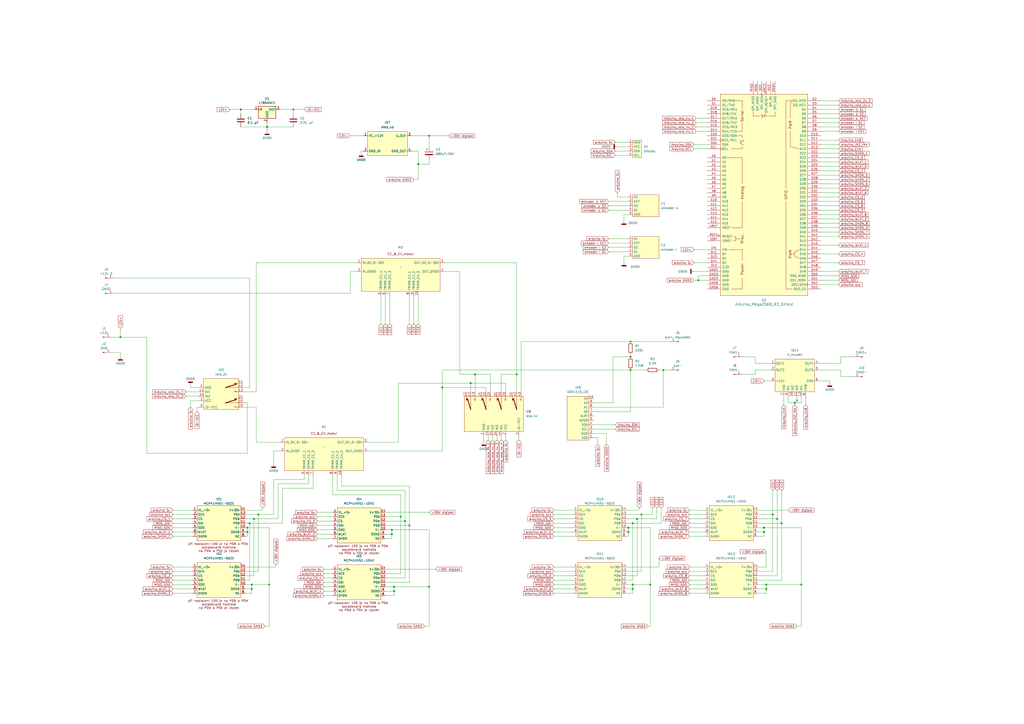
<source format=kicad_sch>
(kicad_sch (version 20230121) (generator eeschema)
  (paper "A2")
  (title_block (title "Laboratorní zdroj") (date "2024-11-26") (company "Smola Antonín "))
  (junction (at 365.76 214.63))
  (junction (at 453.39 303.53))
  (junction (at 248.92 78.74))
  (junction (at 273.05 222.25))
  (junction (at 228.6 340.36))
  (junction (at 365.76 198.12))
  (junction (at 464.82 339.09))
  (junction (at 154.94 73.66))
  (junction (at 237.49 304.8))
  (junction (at 365.76 207.01))
  (junction (at 364.49 308.61))
  (junction (at 443.23 306.07))
  (junction (at 444.5 341.63))
  (junction (at 369.57 300.99))
  (junction (at 146.05 339.09))
  (junction (at 69.85 195.58))
  (junction (at 227.33 309.88))
  (junction (at 170.18 63.5))
  (junction (at 144.78 303.53))
  (junction (at 147.32 300.99))
  (junction (at 275.59 217.17))
  (junction (at 384.81 214.63))
  (junction (at 450.85 300.99))
  (junction (at 227.33 307.34))
  (junction (at 372.11 298.45))
  (junction (at 377.19 339.09))
  (junction (at 367.03 341.63))
  (junction (at 367.03 303.53))
  (junction (at 364.49 306.07))
  (junction (at 139.7 63.5))
  (junction (at 256.54 224.79))
  (junction (at 228.6 342.9))
  (junction (at 444.5 339.09))
  (junction (at 149.86 298.45))
  (junction (at 461.01 233.68))
  (junction (at 156.21 339.09))
  (junction (at 146.05 341.63))
  (junction (at 405.13 162.56))
  (junction (at 143.51 306.07))
  (junction (at 448.31 298.45))
  (junction (at 299.72 217.17))
  (junction (at 248.92 340.36))
  (junction (at 234.95 302.26))
  (junction (at 242.57 95.25))
  (junction (at 232.41 299.72))
  (junction (at 443.23 308.61))
  (junction (at 143.51 308.61))
  (junction (at 367.03 339.09))
  (no_connect (at 462.28 232.41))
  (wire (pts (xy 100.33 339.09) (xy 111.76 339.09)))
  (wire (pts (xy 476.25 88.9) (xy 486.41 88.9)))
  (wire (pts (xy 487.68 218.44) (xy 495.3 218.44)))
  (wire (pts (xy 107.95 229.87) (xy 115.57 229.87)))
  (wire (pts (xy 353.06 119.38) (xy 364.49 119.38)))
  (wire (pts (xy 161.29 300.99) (xy 161.29 280.67)))
  (wire (pts (xy 234.95 302.26) (xy 234.95 335.28)))
  (wire (pts (xy 400.05 300.99) (xy 408.94 300.99)))
  (wire (pts (xy 476.25 66.04) (xy 486.41 66.04)))
  (wire (pts (xy 439.42 306.07) (xy 443.23 306.07)))
  (wire (pts (xy 142.24 336.55) (xy 144.78 336.55)))
  (wire (pts (xy 476.25 96.52) (xy 486.41 96.52)))
  (wire (pts (xy 400.05 339.09) (xy 408.94 339.09)))
  (wire (pts (xy 170.18 63.5) (xy 176.53 63.5)))
  (wire (pts (xy 321.31 300.99) (xy 332.74 300.99)))
  (wire (pts (xy 300.99 252.73) (xy 300.99 255.27)))
  (wire (pts (xy 439.42 331.47) (xy 448.31 331.47)))
  (wire (pts (xy 187.96 330.2) (xy 193.04 330.2)))
  (wire (pts (xy 147.32 334.01) (xy 142.24 334.01)))
  (wire (pts (xy 142.24 295.91) (xy 152.4 295.91)))
  (wire (pts (xy 403.86 71.12) (xy 410.21 71.12)))
  (wire (pts (xy 223.52 309.88) (xy 227.33 309.88)))
  (wire (pts (xy 284.48 217.17) (xy 284.48 227.33)))
  (wire (pts (xy 223.52 330.2) (xy 252.73 330.2)))
  (wire (pts (xy 402.59 86.36) (xy 410.21 86.36)))
  (wire (pts (xy 184.15 309.88) (xy 193.04 309.88)))
  (wire (pts (xy 321.31 339.09) (xy 332.74 339.09)))
  (wire (pts (xy 154.94 71.12) (xy 154.94 73.66)))
  (wire (pts (xy 143.51 308.61) (xy 142.24 308.61)))
  (wire (pts (xy 248.92 340.36) (xy 248.92 363.22)))
  (wire (pts (xy 290.83 252.73) (xy 290.83 255.27)))
  (wire (pts (xy 444.5 339.09) (xy 464.82 339.09)))
  (wire (pts (xy 430.53 217.17) (xy 438.15 217.17)))
  (wire (pts (xy 154.94 73.66) (xy 154.94 76.2)))
  (wire (pts (xy 142.24 341.63) (xy 146.05 341.63)))
  (wire (pts (xy 149.86 298.45) (xy 142.24 298.45)))
  (wire (pts (xy 448.31 298.45) (xy 448.31 331.47)))
  (wire (pts (xy 184.15 299.72) (xy 193.04 299.72)))
  (wire (pts (xy 321.31 308.61) (xy 332.74 308.61)))
  (wire (pts (xy 227.33 309.88) (xy 227.33 312.42)))
  (wire (pts (xy 156.21 339.09) (xy 156.21 306.07)))
  (wire (pts (xy 100.33 306.07) (xy 111.76 306.07)))
  (wire (pts (xy 246.38 363.22) (xy 248.92 363.22)))
  (wire (pts (xy 184.15 297.18) (xy 193.04 297.18)))
  (wire (pts (xy 461.01 233.68) (xy 461.01 234.95)))
  (wire (pts (xy 461.01 233.68) (xy 464.82 233.68)))
  (wire (pts (xy 142.24 300.99) (xy 147.32 300.99)))
  (wire (pts (xy 321.31 298.45) (xy 332.74 298.45)))
  (wire (pts (xy 457.2 233.68) (xy 461.01 233.68)))
  (wire (pts (xy 248.92 78.74) (xy 248.92 85.09)))
  (wire (pts (xy 228.6 345.44) (xy 223.52 345.44)))
  (wire (pts (xy 353.06 140.97) (xy 364.49 140.97)))
  (wire (pts (xy 321.31 334.01) (xy 332.74 334.01)))
  (wire (pts (xy 223.52 297.18) (xy 248.92 297.18)))
  (wire (pts (xy 438.15 207.01) (xy 438.15 210.82)))
  (wire (pts (xy 384.81 214.63) (xy 388.62 214.63)))
  (wire (pts (xy 142.24 344.17) (xy 146.05 344.17)))
  (wire (pts (xy 439.42 336.55) (xy 453.39 336.55)))
  (wire (pts (xy 370.84 295.91) (xy 370.84 294.64)))
  (wire (pts (xy 378.46 294.64) (xy 378.46 298.45)))
  (wire (pts (xy 184.15 302.26) (xy 193.04 302.26)))
  (wire (pts (xy 256.54 224.79) (xy 256.54 261.62)))
  (wire (pts (xy 148.59 227.33) (xy 140.97 227.33)))
  (wire (pts (xy 363.22 336.55) (xy 367.03 336.55)))
  (wire (pts (xy 321.31 311.15) (xy 332.74 311.15)))
  (wire (pts (xy 256.54 214.63) (xy 365.76 214.63)))
  (wire (pts (xy 163.83 283.21) (xy 181.61 283.21)))
  (wire (pts (xy 321.31 336.55) (xy 332.74 336.55)))
  (wire (pts (xy 275.59 217.17) (xy 275.59 227.33)))
  (wire (pts (xy 228.6 342.9) (xy 228.6 345.44)))
  (wire (pts (xy 476.25 142.24) (xy 486.41 142.24)))
  (wire (pts (xy 363.22 306.07) (xy 364.49 306.07)))
  (wire (pts (xy 400.05 328.93) (xy 408.94 328.93)))
  (wire (pts (xy 364.49 311.15) (xy 364.49 308.61)))
  (wire (pts (xy 476.25 111.76) (xy 486.41 111.76)))
  (wire (pts (xy 100.33 344.17) (xy 111.76 344.17)))
  (wire (pts (xy 400.05 331.47) (xy 408.94 331.47)))
  (wire (pts (xy 481.33 222.25) (xy 481.33 220.98)))
  (wire (pts (xy 355.6 233.68) (xy 355.6 207.01)))
  (wire (pts (xy 158.75 278.13) (xy 176.53 278.13)))
  (wire (pts (xy 226.06 171.45) (xy 226.06 187.96)))
  (wire (pts (xy 382.27 214.63) (xy 384.81 214.63)))
  (wire (pts (xy 377.19 306.07) (xy 377.19 339.09)))
  (wire (pts (xy 69.85 204.47) (xy 69.85 207.01)))
  (wire (pts (xy 100.33 331.47) (xy 111.76 331.47)))
  (wire (pts (xy 367.03 339.09) (xy 377.19 339.09)))
  (wire (pts (xy 198.12 275.59) (xy 198.12 281.94)))
  (wire (pts (xy 367.03 303.53) (xy 383.54 303.53)))
  (wire (pts (xy 184.15 312.42) (xy 193.04 312.42)))
  (wire (pts (xy 344.17 248.92) (xy 356.87 248.92)))
  (wire (pts (xy 293.37 222.25) (xy 273.05 222.25)))
  (wire (pts (xy 400.05 336.55) (xy 408.94 336.55)))
  (wire (pts (xy 242.57 104.14) (xy 242.57 95.25)))
  (wire (pts (xy 273.05 222.25) (xy 273.05 227.33)))
  (wire (pts (xy 195.58 275.59) (xy 195.58 284.48)))
  (wire (pts (xy 487.68 210.82) (xy 487.68 207.01)))
  (wire (pts (xy 356.87 90.17) (xy 364.49 90.17)))
  (wire (pts (xy 321.31 331.47) (xy 332.74 331.47)))
  (wire (pts (xy 450.85 300.99) (xy 450.85 334.01)))
  (wire (pts (xy 242.57 87.63) (xy 242.57 95.25)))
  (wire (pts (xy 476.25 147.32) (xy 486.41 147.32)))
  (wire (pts (xy 474.98 210.82) (xy 487.68 210.82)))
  (wire (pts (xy 367.03 344.17) (xy 367.03 341.63)))
  (wire (pts (xy 400.05 344.17) (xy 408.94 344.17)))
  (wire (pts (xy 367.03 341.63) (xy 367.03 339.09)))
  (wire (pts (xy 153.67 363.22) (xy 156.21 363.22)))
  (wire (pts (xy 321.31 306.07) (xy 332.74 306.07)))
  (wire (pts (xy 187.96 337.82) (xy 193.04 337.82)))
  (wire (pts (xy 381 294.64) (xy 381 300.99)))
  (wire (pts (xy 66.04 161.29) (xy 144.78 161.29)))
  (wire (pts (xy 402.59 83.82) (xy 410.21 83.82)))
  (wire (pts (xy 439.42 341.63) (xy 444.5 341.63)))
  (wire (pts (xy 283.21 252.73) (xy 283.21 255.27)))
  (wire (pts (xy 266.7 157.48) (xy 266.7 217.17)))
  (wire (pts (xy 149.86 298.45) (xy 158.75 298.45)))
  (wire (pts (xy 240.03 104.14) (xy 242.57 104.14)))
  (wire (pts (xy 232.41 287.02) (xy 193.04 287.02)))
  (wire (pts (xy 450.85 284.48) (xy 450.85 300.99)))
  (wire (pts (xy 351.79 257.81) (xy 351.79 251.46)))
  (wire (pts (xy 476.25 127) (xy 486.41 127)))
  (wire (pts (xy 443.23 306.07) (xy 443.23 308.61)))
  (wire (pts (xy 290.83 217.17) (xy 290.83 227.33)))
  (wire (pts (xy 443.23 306.07) (xy 464.82 306.07)))
  (wire (pts (xy 148.59 236.22) (xy 148.59 256.54)))
  (wire (pts (xy 110.49 224.79) (xy 115.57 224.79)))
  (wire (pts (xy 353.06 138.43) (xy 364.49 138.43)))
  (wire (pts (xy 66.04 170.18) (xy 203.2 170.18)))
  (wire (pts (xy 344.17 238.76) (xy 365.76 238.76)))
  (wire (pts (xy 140.97 236.22) (xy 148.59 236.22)))
  (wire (pts (xy 237.49 281.94) (xy 198.12 281.94)))
  (wire (pts (xy 403.86 73.66) (xy 410.21 73.66)))
  (wire (pts (xy 439.42 303.53) (xy 453.39 303.53)))
  (wire (pts (xy 476.25 124.46) (xy 486.41 124.46)))
  (wire (pts (xy 100.33 311.15) (xy 111.76 311.15)))
  (wire (pts (xy 363.22 339.09) (xy 367.03 339.09)))
  (wire (pts (xy 158.75 261.62) (xy 162.56 261.62)))
  (wire (pts (xy 302.26 198.12) (xy 365.76 198.12)))
  (wire (pts (xy 223.52 304.8) (xy 237.49 304.8)))
  (wire (pts (xy 100.33 341.63) (xy 111.76 341.63)))
  (wire (pts (xy 302.26 198.12) (xy 302.26 227.33)))
  (wire (pts (xy 143.51 306.07) (xy 143.51 308.61)))
  (wire (pts (xy 158.75 269.24) (xy 158.75 261.62)))
  (wire (pts (xy 457.2 229.87) (xy 457.2 233.68)))
  (wire (pts (xy 487.68 207.01) (xy 495.3 207.01)))
  (wire (pts (xy 110.49 236.22) (xy 110.49 232.41)))
  (wire (pts (xy 402.59 152.4) (xy 410.21 152.4)))
  (wire (pts (xy 160.02 327.66) (xy 160.02 328.93)))
  (wire (pts (xy 403.86 76.2) (xy 410.21 76.2)))
  (wire (pts (xy 355.6 207.01) (xy 365.76 207.01)))
  (wire (pts (xy 162.56 63.5) (xy 170.18 63.5)))
  (wire (pts (xy 149.86 331.47) (xy 149.86 298.45)))
  (wire (pts (xy 353.06 116.84) (xy 364.49 116.84)))
  (wire (pts (xy 476.25 157.48) (xy 486.41 157.48)))
  (wire (pts (xy 237.49 171.45) (xy 237.49 187.96)))
  (wire (pts (xy 64.77 195.58) (xy 69.85 195.58)))
  (wire (pts (xy 237.49 304.8) (xy 237.49 337.82)))
  (wire (pts (xy 358.14 114.3) (xy 364.49 114.3)))
  (wire (pts (xy 299.72 217.17) (xy 290.83 217.17)))
  (wire (pts (xy 372.11 331.47) (xy 372.11 298.45)))
  (wire (pts (xy 223.52 302.26) (xy 234.95 302.26)))
  (wire (pts (xy 476.25 81.28) (xy 486.41 81.28)))
  (wire (pts (xy 353.06 146.05) (xy 364.49 146.05)))
  (wire (pts (xy 142.24 339.09) (xy 146.05 339.09)))
  (wire (pts (xy 321.31 303.53) (xy 332.74 303.53)))
  (wire (pts (xy 364.49 306.07) (xy 377.19 306.07)))
  (wire (pts (xy 356.87 82.55) (xy 364.49 82.55)))
  (wire (pts (xy 454.66 229.87) (xy 454.66 234.95)))
  (wire (pts (xy 107.95 227.33) (xy 115.57 227.33)))
  (wire (pts (xy 146.05 341.63) (xy 146.05 339.09)))
  (wire (pts (xy 361.95 152.4) (xy 361.95 148.59)))
  (wire (pts (xy 142.24 331.47) (xy 149.86 331.47)))
  (wire (pts (xy 139.7 63.5) (xy 139.7 66.04)))
  (wire (pts (xy 209.55 88.9) (xy 209.55 87.63)))
  (wire (pts (xy 476.25 109.22) (xy 486.41 109.22)))
  (wire (pts (xy 476.25 134.62) (xy 486.41 134.62)))
  (wire (pts (xy 476.25 106.68) (xy 486.41 106.68)))
  (wire (pts (xy 363.22 331.47) (xy 372.11 331.47)))
  (wire (pts (xy 156.21 339.09) (xy 156.21 363.22)))
  (wire (pts (xy 187.96 345.44) (xy 193.04 345.44)))
  (wire (pts (xy 321.31 341.63) (xy 332.74 341.63)))
  (wire (pts (xy 476.25 116.84) (xy 486.41 116.84)))
  (wire (pts (xy 110.49 224.79) (xy 110.49 223.52)))
  (wire (pts (xy 100.33 303.53) (xy 111.76 303.53)))
  (wire (pts (xy 448.31 284.48) (xy 448.31 298.45)))
  (wire (pts (xy 242.57 95.25) (xy 248.92 95.25)))
  (wire (pts (xy 476.25 137.16) (xy 486.41 137.16)))
  (wire (pts (xy 100.33 295.91) (xy 111.76 295.91)))
  (wire (pts (xy 464.82 339.09) (xy 464.82 363.22)))
  (wire (pts (xy 242.57 171.45) (xy 242.57 187.96)))
  (wire (pts (xy 476.25 129.54) (xy 486.41 129.54)))
  (wire (pts (xy 293.37 227.33) (xy 293.37 222.25)))
  (wire (pts (xy 238.76 78.74) (xy 248.92 78.74)))
  (wire (pts (xy 476.25 63.5) (xy 486.41 63.5)))
  (wire (pts (xy 223.52 335.28) (xy 234.95 335.28)))
  (wire (pts (xy 476.25 83.82) (xy 486.41 83.82)))
  (wire (pts (xy 439.42 311.15) (xy 443.23 311.15)))
  (wire (pts (xy 227.33 307.34) (xy 248.92 307.34)))
  (wire (pts (xy 100.33 300.99) (xy 111.76 300.99)))
  (wire (pts (xy 353.06 143.51) (xy 364.49 143.51)))
  (wire (pts (xy 438.15 214.63) (xy 438.15 217.17)))
  (wire (pts (xy 363.22 295.91) (xy 370.84 295.91)))
  (wire (pts (xy 144.78 303.53) (xy 142.24 303.53)))
  (wire (pts (xy 321.31 295.91) (xy 332.74 295.91)))
  (wire (pts (xy 476.25 99.06) (xy 486.41 99.06)))
  (wire (pts (xy 474.98 220.98) (xy 481.33 220.98)))
  (wire (pts (xy 187.96 340.36) (xy 193.04 340.36)))
  (wire (pts (xy 476.25 104.14) (xy 486.41 104.14)))
  (wire (pts (xy 443.23 308.61) (xy 443.23 311.15)))
  (wire (pts (xy 203.2 157.48) (xy 207.01 157.48)))
  (wire (pts (xy 439.42 308.61) (xy 443.23 308.61)))
  (wire (pts (xy 213.36 261.62) (xy 256.54 261.62)))
  (wire (pts (xy 400.05 303.53) (xy 408.94 303.53)))
  (wire (pts (xy 400.05 341.63) (xy 408.94 341.63)))
  (wire (pts (xy 476.25 73.66) (xy 486.41 73.66)))
  (wire (pts (xy 400.05 311.15) (xy 408.94 311.15)))
  (wire (pts (xy 439.42 334.01) (xy 450.85 334.01)))
  (wire (pts (xy 237.49 281.94) (xy 237.49 304.8)))
  (wire (pts (xy 405.13 160.02) (xy 405.13 162.56)))
  (wire (pts (xy 187.96 332.74) (xy 193.04 332.74)))
  (wire (pts (xy 476.25 152.4) (xy 486.41 152.4)))
  (wire (pts (xy 439.42 298.45) (xy 448.31 298.45)))
  (wire (pts (xy 403.86 68.58) (xy 410.21 68.58)))
  (wire (pts (xy 142.24 311.15) (xy 143.51 311.15)))
  (wire (pts (xy 365.76 205.74) (xy 365.76 207.01)))
  (wire (pts (xy 444.5 320.04) (xy 444.5 328.93)))
  (wire (pts (xy 223.52 171.45) (xy 223.52 187.96)))
  (wire (pts (xy 363.22 341.63) (xy 367.03 341.63)))
  (wire (pts (xy 444.5 328.93) (xy 439.42 328.93)))
  (wire (pts (xy 203.2 78.74) (xy 210.82 78.74)))
  (wire (pts (xy 474.98 214.63) (xy 487.68 214.63)))
  (wire (pts (xy 400.05 298.45) (xy 408.94 298.45)))
  (wire (pts (xy 147.32 300.99) (xy 147.32 334.01)))
  (wire (pts (xy 439.42 339.09) (xy 444.5 339.09)))
  (wire (pts (xy 476.25 93.98) (xy 486.41 93.98)))
  (wire (pts (xy 234.95 302.26) (xy 234.95 284.48)))
  (wire (pts (xy 444.5 344.17) (xy 439.42 344.17)))
  (wire (pts (xy 142.24 306.07) (xy 143.51 306.07)))
  (wire (pts (xy 248.92 307.34) (xy 248.92 340.36)))
  (wire (pts (xy 240.03 171.45) (xy 240.03 187.96)))
  (wire (pts (xy 69.85 190.5) (xy 69.85 195.58)))
  (wire (pts (xy 143.51 306.07) (xy 156.21 306.07)))
  (wire (pts (xy 321.31 344.17) (xy 332.74 344.17)))
  (wire (pts (xy 100.33 334.01) (xy 111.76 334.01)))
  (wire (pts (xy 213.36 256.54) (xy 231.14 256.54)))
  (wire (pts (xy 444.5 341.63) (xy 444.5 339.09)))
  (wire (pts (xy 365.76 238.76) (xy 365.76 214.63)))
  (wire (pts (xy 266.7 157.48) (xy 257.81 157.48)))
  (wire (pts (xy 100.33 308.61) (xy 111.76 308.61)))
  (wire (pts (xy 176.53 278.13) (xy 176.53 275.59)))
  (wire (pts (xy 356.87 87.63) (xy 364.49 87.63)))
  (wire (pts (xy 439.42 295.91) (xy 457.2 295.91)))
  (wire (pts (xy 144.78 161.29) (xy 144.78 224.79)))
  (wire (pts (xy 361.95 124.46) (xy 364.49 124.46)))
  (wire (pts (xy 321.31 328.93) (xy 332.74 328.93)))
  (wire (pts (xy 163.83 303.53) (xy 163.83 283.21)))
  (wire (pts (xy 439.42 300.99) (xy 450.85 300.99)))
  (wire (pts (xy 285.75 252.73) (xy 285.75 255.27)))
  (wire (pts (xy 476.25 119.38) (xy 486.41 119.38)))
  (wire (pts (xy 146.05 339.09) (xy 156.21 339.09)))
  (wire (pts (xy 476.25 76.2) (xy 486.41 76.2)))
  (wire (pts (xy 187.96 335.28) (xy 193.04 335.28)))
  (wire (pts (xy 375.92 363.22) (xy 377.19 363.22)))
  (wire (pts (xy 369.57 300.99) (xy 381 300.99)))
  (wire (pts (xy 231.14 222.25) (xy 231.14 256.54)))
  (wire (pts (xy 443.23 220.98) (xy 447.04 220.98)))
  (wire (pts (xy 248.92 78.74) (xy 260.35 78.74)))
  (wire (pts (xy 223.52 342.9) (xy 228.6 342.9)))
  (wire (pts (xy 143.51 233.68) (xy 140.97 233.68)))
  (wire (pts (xy 358.14 111.76) (xy 358.14 114.3)))
  (wire (pts (xy 223.52 340.36) (xy 228.6 340.36)))
  (wire (pts (xy 147.32 300.99) (xy 161.29 300.99)))
  (wire (pts (xy 438.15 214.63) (xy 447.04 214.63)))
  (wire (pts (xy 476.25 101.6) (xy 486.41 101.6)))
  (wire (pts (xy 369.57 334.01) (xy 363.22 334.01)))
  (wire (pts (xy 372.11 298.45) (xy 378.46 298.45)))
  (wire (pts (xy 257.81 152.4) (xy 299.72 152.4)))
  (wire (pts (xy 170.18 63.5) (xy 170.18 66.04)))
  (wire (pts (xy 146.05 344.17) (xy 146.05 341.63)))
  (wire (pts (xy 363.22 300.99) (xy 369.57 300.99)))
  (wire (pts (xy 160.02 328.93) (xy 142.24 328.93)))
  (wire (pts (xy 476.25 165.1) (xy 486.41 165.1)))
  (wire (pts (xy 139.7 63.5) (xy 147.32 63.5)))
  (wire (pts (xy 402.59 157.48) (xy 410.21 157.48)))
  (wire (pts (xy 400.05 308.61) (xy 408.94 308.61)))
  (wire (pts (xy 209.55 87.63) (xy 210.82 87.63)))
  (wire (pts (xy 476.25 58.42) (xy 486.41 58.42)))
  (wire (pts (xy 346.71 257.81) (xy 346.71 254)))
  (wire (pts (xy 85.09 262.89) (xy 85.09 195.58)))
  (wire (pts (xy 344.17 236.22) (xy 384.81 236.22)))
  (wire (pts (xy 223.52 307.34) (xy 227.33 307.34)))
  (wire (pts (xy 476.25 162.56) (xy 486.41 162.56)))
  (wire (pts (xy 293.37 252.73) (xy 293.37 255.27)))
  (wire (pts (xy 275.59 217.17) (xy 284.48 217.17)))
  (wire (pts (xy 184.15 307.34) (xy 193.04 307.34)))
  (wire (pts (xy 256.54 214.63) (xy 256.54 224.79)))
  (wire (pts (xy 227.33 307.34) (xy 227.33 309.88)))
  (wire (pts (xy 344.17 251.46) (xy 351.79 251.46)))
  (wire (pts (xy 430.53 207.01) (xy 438.15 207.01)))
  (wire (pts (xy 438.15 210.82) (xy 447.04 210.82)))
  (wire (pts (xy 462.28 229.87) (xy 462.28 232.41)))
  (wire (pts (xy 344.17 246.38) (xy 356.87 246.38)))
  (wire (pts (xy 161.29 280.67) (xy 179.07 280.67)))
  (wire (pts (xy 369.57 300.99) (xy 369.57 334.01)))
  (wire (pts (xy 464.82 229.87) (xy 464.82 233.68)))
  (wire (pts (xy 100.33 336.55) (xy 111.76 336.55)))
  (wire (pts (xy 100.33 298.45) (xy 111.76 298.45)))
  (wire (pts (xy 344.17 233.68) (xy 355.6 233.68)))
  (wire (pts (xy 444.5 341.63) (xy 444.5 344.17)))
  (wire (pts (xy 382.27 323.85) (xy 382.27 328.93)))
  (wire (pts (xy 148.59 256.54) (xy 162.56 256.54)))
  (wire (pts (xy 288.29 252.73) (xy 288.29 255.27)))
  (wire (pts (xy 154.94 73.66) (xy 170.18 73.66)))
  (wire (pts (xy 64.77 204.47) (xy 69.85 204.47)))
  (wire (pts (xy 114.3 236.22) (xy 115.57 236.22)))
  (wire (pts (xy 365.76 198.12) (xy 388.62 198.12)))
  (wire (pts (xy 248.92 92.71) (xy 248.92 95.25)))
  (wire (pts (xy 462.28 363.22) (xy 464.82 363.22)))
  (wire (pts (xy 363.22 303.53) (xy 367.03 303.53)))
  (wire (pts (xy 223.52 332.74) (xy 232.41 332.74)))
  (wire (pts (xy 358.14 85.09) (xy 364.49 85.09)))
  (wire (pts (xy 361.95 128.27) (xy 361.95 124.46)))
  (wire (pts (xy 365.76 214.63) (xy 374.65 214.63)))
  (wire (pts (xy 143.51 311.15) (xy 143.51 308.61)))
  (wire (pts (xy 453.39 284.48) (xy 453.39 303.53)))
  (wire (pts (xy 453.39 303.53) (xy 453.39 336.55)))
  (wire (pts (xy 353.06 121.92) (xy 364.49 121.92)))
  (wire (pts (xy 363.22 328.93) (xy 382.27 328.93)))
  (wire (pts (xy 476.25 60.96) (xy 486.41 60.96)))
  (wire (pts (xy 363.22 344.17) (xy 367.03 344.17)))
  (wire (pts (xy 476.25 91.44) (xy 486.41 91.44)))
  (wire (pts (xy 364.49 308.61) (xy 363.22 308.61)))
  (wire (pts (xy 179.07 280.67) (xy 179.07 275.59)))
  (wire (pts (xy 223.52 337.82) (xy 237.49 337.82)))
  (wire (pts (xy 133.35 63.5) (xy 139.7 63.5)))
  (wire (pts (xy 402.59 162.56) (xy 405.13 162.56)))
  (wire (pts (xy 367.03 336.55) (xy 367.03 303.53)))
  (wire (pts (xy 487.68 214.63) (xy 487.68 218.44)))
  (wire (pts (xy 476.25 160.02) (xy 486.41 160.02)))
  (wire (pts (xy 400.05 334.01) (xy 408.94 334.01)))
  (wire (pts (xy 223.52 312.42) (xy 227.33 312.42)))
  (wire (pts (xy 144.78 303.53) (xy 163.83 303.53)))
  (wire (pts (xy 281.94 224.79) (xy 281.94 227.33)))
  (wire (pts (xy 383.54 294.64) (xy 383.54 303.53)))
  (wire (pts (xy 234.95 284.48) (xy 195.58 284.48)))
  (wire (pts (xy 85.09 262.89) (xy 143.51 262.89)))
  (wire (pts (xy 144.78 224.79) (xy 140.97 224.79)))
  (wire (pts (xy 467.36 229.87) (xy 467.36 234.95)))
  (wire (pts (xy 242.57 87.63) (xy 238.76 87.63)))
  (wire (pts (xy 363.22 311.15) (xy 364.49 311.15)))
  (wire (pts (xy 476.25 121.92) (xy 486.41 121.92)))
  (wire (pts (xy 384.81 236.22) (xy 384.81 214.63)))
  (wire (pts (xy 361.95 148.59) (xy 364.49 148.59)))
  (wire (pts (xy 181.61 283.21) (xy 181.61 275.59)))
  (wire (pts (xy 228.6 340.36) (xy 248.92 340.36)))
  (wire (pts (xy 152.4 294.64) (xy 152.4 295.91)))
  (wire (pts (xy 400.05 306.07) (xy 408.94 306.07)))
  (wire (pts (xy 143.51 262.89) (xy 143.51 233.68)))
  (wire (pts (xy 364.49 306.07) (xy 364.49 308.61)))
  (wire (pts (xy 187.96 342.9) (xy 193.04 342.9)))
  (wire (pts (xy 410.21 160.02) (xy 405.13 160.02)))
  (wire (pts (xy 266.7 217.17) (xy 275.59 217.17)))
  (wire (pts (xy 110.49 232.41) (xy 115.57 232.41)))
  (wire (pts (xy 232.41 287.02) (xy 232.41 299.72)))
  (wire (pts (xy 299.72 152.4) (xy 299.72 217.17)))
  (wire (pts (xy 184.15 304.8) (xy 193.04 304.8)))
  (wire (pts (xy 464.82 306.07) (xy 464.82 339.09)))
  (wire (pts (xy 139.7 73.66) (xy 154.94 73.66)))
  (wire (pts (xy 476.25 71.12) (xy 486.41 71.12)))
  (wire (pts (xy 223.52 299.72) (xy 232.41 299.72)))
  (wire (pts (xy 158.75 278.13) (xy 158.75 298.45)))
  (wire (pts (xy 476.25 114.3) (xy 486.41 114.3)))
  (wire (pts (xy 100.33 328.93) (xy 111.76 328.93)))
  (wire (pts (xy 280.67 252.73) (xy 280.67 256.54)))
  (wire (pts (xy 476.25 86.36) (xy 486.41 86.36)))
  (wire (pts (xy 377.19 339.09) (xy 377.19 363.22)))
  (wire (pts (xy 256.54 224.79) (xy 281.94 224.79)))
  (wire (pts (xy 144.78 336.55) (xy 144.78 303.53)))
  (wire (pts (xy 220.98 187.96) (xy 220.98 171.45)))
  (wire (pts (xy 476.25 132.08) (xy 486.41 132.08)))
  (wire (pts (xy 346.71 254) (xy 344.17 254)))
  (wire (pts (xy 203.2 157.48) (xy 203.2 170.18)))
  (wire (pts (xy 476.25 68.58) (xy 486.41 68.58)))
  (wire (pts (xy 231.14 222.25) (xy 273.05 222.25)))
  (wire (pts (xy 232.41 299.72) (xy 232.41 332.74)))
  (wire (pts (xy 363.22 298.45) (xy 372.11 298.45)))
  (wire (pts (xy 148.59 152.4) (xy 148.59 227.33)))
  (wire (pts (xy 69.85 195.58) (xy 85.09 195.58)))
  (wire (pts (xy 405.13 162.56) (xy 410.21 162.56)))
  (wire (pts (xy 114.3 238.76) (xy 114.3 236.22)))
  (wire (pts (xy 299.72 217.17) (xy 299.72 227.33)))
  (wire (pts (xy 400.05 295.91) (xy 408.94 295.91)))
  (wire (pts (xy 193.04 275.59) (xy 193.04 287.02)))
  (wire (pts (xy 228.6 342.9) (xy 228.6 340.36)))
  (wire (pts (xy 148.59 152.4) (xy 207.01 152.4)))
  (wire (pts (xy 402.59 144.78) (xy 410.21 144.78)))
  (global_label "CC1" (shape input) (at 220.98 187.96 270) (property "Intersheetrefs" "${INTERSHEET_REFS}" (effects hide)))
  (global_label "MOSI_SDI" (shape input) (at 321.31 336.55 180) (property "Intersheetrefs" "${INTERSHEET_REFS}" (effects hide)))
  (global_label "MISO_SDO" (shape input) (at 100.33 306.07 180) (property "Intersheetrefs" "${INTERSHEET_REFS}" (effects hide)))
  (global_label "arduino 5v" (shape input) (at 400.05 328.93 180) (property "Intersheetrefs" "${INTERSHEET_REFS}" (effects hide)))
  (global_label "enkoder I S2" (shape input) (at 353.06 143.51 180) (property "Intersheetrefs" "${INTERSHEET_REFS}" (effects hide)))
  (global_label "arduino 5v" (shape input) (at 100.33 295.91 180) (property "Intersheetrefs" "${INTERSHEET_REFS}" (effects hide)))
  (global_label "enkoder U S1" (shape input) (at 353.06 121.92 180) (property "Intersheetrefs" "${INTERSHEET_REFS}" (effects hide)))
  (global_label "MISO_SDO" (shape input) (at 184.15 307.34 180) (property "Intersheetrefs" "${INTERSHEET_REFS}" (effects hide)))
  (global_label "arduino_SHDN_5" (shape input) (at 486.41 101.6 0) (property "Intersheetrefs" "${INTERSHEET_REFS}" (effects hide)))
  (global_label "+30V digipot" (shape input) (at 160.02 327.66 90) (property "Intersheetrefs" "${INTERSHEET_REFS}" (effects hide)))
  (global_label "MOSI_SDI" (shape input) (at 100.33 336.55 180) (property "Intersheetrefs" "${INTERSHEET_REFS}" (effects hide)))
  (global_label "MISO_SDO" (shape input) (at 100.33 339.09 180) (property "Intersheetrefs" "${INTERSHEET_REFS}" (effects hide)))
  (global_label "arduino_SHDN_2" (shape input) (at 100.33 344.17 180) (property "Intersheetrefs" "${INTERSHEET_REFS}" (effects hide)))
  (global_label "arduino_CS_4" (shape input) (at 486.41 147.32 0) (property "Intersheetrefs" "${INTERSHEET_REFS}" (effects hide)))
  (global_label "CV2" (shape input) (at 450.85 284.48 90) (property "Intersheetrefs" "${INTERSHEET_REFS}" (effects hide)))
  (global_label "arduino sck" (shape input) (at 321.31 298.45 180) (property "Intersheetrefs" "${INTERSHEET_REFS}" (effects hide)))
  (global_label "MISO_SDO" (shape input) (at 400.05 306.07 180) (property "Intersheetrefs" "${INTERSHEET_REFS}" (effects hide)))
  (global_label "Arduino_EnB" (shape input) (at 467.36 234.95 270) (property "Intersheetrefs" "${INTERSHEET_REFS}" (effects hide)))
  (global_label "CC3" (shape input) (at 226.06 187.96 270) (property "Intersheetrefs" "${INTERSHEET_REFS}" (effects hide)))
  (global_label "Arduino_EnB" (shape input) (at 486.41 81.28 0) (property "Intersheetrefs" "${INTERSHEET_REFS}" (effects hide)))
  (global_label "enkoder U S2" (shape input) (at 353.06 119.38 180) (property "Intersheetrefs" "${INTERSHEET_REFS}" (effects hide)))
  (global_label "arduino_WLAT_8" (shape input) (at 486.41 124.46 0) (property "Intersheetrefs" "${INTERSHEET_REFS}" (effects hide)))
  (global_label "arduino_WLAT_1" (shape input) (at 100.33 308.61 180) (property "Intersheetrefs" "${INTERSHEET_REFS}" (effects hide)))
  (global_label "CC2" (shape input) (at 223.52 187.96 270) (property "Intersheetrefs" "${INTERSHEET_REFS}" (effects hide)))
  (global_label "arduino sck" (shape input) (at 486.41 165.1 0) (property "Intersheetrefs" "${INTERSHEET_REFS}" (effects hide)))
  (global_label "arduino_WLAT_5" (shape input) (at 321.31 308.61 180) (property "Intersheetrefs" "${INTERSHEET_REFS}" (effects hide)))
  (global_label "arduino_SHDN_1" (shape input) (at 100.33 311.15 180) (property "Intersheetrefs" "${INTERSHEET_REFS}" (effects hide)))
  (global_label "Arduino_rele_4x_1" (shape input) (at 283.21 255.27 270) (property "Intersheetrefs" "${INTERSHEET_REFS}" (effects hide)))
  (global_label "enkoder I S1" (shape input) (at 353.06 146.05 180) (property "Intersheetrefs" "${INTERSHEET_REFS}" (effects hide)))
  (global_label "enkoder I KEY" (shape input) (at 486.41 76.2 0) (property "Intersheetrefs" "${INTERSHEET_REFS}" (effects hide)))
  (global_label "Arduino_SDA" (shape input) (at 356.87 246.38 0) (property "Intersheetrefs" "${INTERSHEET_REFS}" (effects hide)))
  (global_label "MISO_SDO" (shape input) (at 321.31 339.09 180) (property "Intersheetrefs" "${INTERSHEET_REFS}" (effects hide)))
  (global_label "arduino_CS_1" (shape input) (at 486.41 99.06 0) (property "Intersheetrefs" "${INTERSHEET_REFS}" (effects hide)))
  (global_label "CV2" (shape input) (at 240.03 187.96 270) (property "Intersheetrefs" "${INTERSHEET_REFS}" (effects hide)))
  (global_label "Arduino_rele_4x_2" (shape input) (at 285.75 255.27 270) (property "Intersheetrefs" "${INTERSHEET_REFS}" (effects hide)))
  (global_label "arduino 5v" (shape input) (at 356.87 82.55 180) (property "Intersheetrefs" "${INTERSHEET_REFS}" (effects hide)))
  (global_label "arduino 5v" (shape input) (at 346.71 257.81 270) (property "Intersheetrefs" "${INTERSHEET_REFS}" (effects hide)))
  (global_label "arduino_CS_6" (shape input) (at 321.31 334.01 180) (property "Intersheetrefs" "${INTERSHEET_REFS}" (effects hide)))
  (global_label "arduino_SHDN_3" (shape input) (at 486.41 132.08 0) (property "Intersheetrefs" "${INTERSHEET_REFS}" (effects hide)))
  (global_label "12V+" (shape input) (at 69.85 190.5 90) (property "Intersheetrefs" "${INTERSHEET_REFS}" (effects hide)))
  (global_label "arduino 5v" (shape input) (at 293.37 255.27 270) (property "Intersheetrefs" "${INTERSHEET_REFS}" (effects hide)))
  (global_label "arduino_SHDN_5" (shape input) (at 321.31 311.15 180) (property "Intersheetrefs" "${INTERSHEET_REFS}" (effects hide)))
  (global_label "enkoder I KEY" (shape input) (at 353.06 140.97 180) (property "Intersheetrefs" "${INTERSHEET_REFS}" (effects hide)))
  (global_label "arduino_SHDN_1" (shape input) (at 486.41 88.9 0) (property "Intersheetrefs" "${INTERSHEET_REFS}" (effects hide)))
  (global_label "arduino_WLAT_4" (shape input) (at 486.41 142.24 0) (property "Intersheetrefs" "${INTERSHEET_REFS}" (effects hide)))
  (global_label "Arduino_rele_4x_1" (shape input) (at 403.86 76.2 180) (property "Intersheetrefs" "${INTERSHEET_REFS}" (effects hide)))
  (global_label "Arduino_rele_2x_2" (shape input) (at 107.95 229.87 180) (property "Intersheetrefs" "${INTERSHEET_REFS}" (effects hide)))
  (global_label "Arduino_rele_4x_4" (shape input) (at 290.83 255.27 270) (property "Intersheetrefs" "${INTERSHEET_REFS}" (effects hide)))
  (global_label "arduino sck" (shape input) (at 321.31 331.47 180) (property "Intersheetrefs" "${INTERSHEET_REFS}" (effects hide)))
  (global_label "arduino_CS_7" (shape input) (at 486.41 152.4 0) (property "Intersheetrefs" "${INTERSHEET_REFS}" (effects hide)))
  (global_label "arduino_WLAT_1" (shape input) (at 486.41 93.98 0) (property "Intersheetrefs" "${INTERSHEET_REFS}" (effects hide)))
  (global_label "arduino_CS_6" (shape input) (at 486.41 116.84 0) (property "Intersheetrefs" "${INTERSHEET_REFS}" (effects hide)))
  (global_label "arduino_WLAT_3" (shape input) (at 184.15 309.88 180) (property "Intersheetrefs" "${INTERSHEET_REFS}" (effects hide)))
  (global_label "arduino_SHDN_3" (shape input) (at 184.15 312.42 180) (property "Intersheetrefs" "${INTERSHEET_REFS}" (effects hide)))
  (global_label "Arduino_EnA" (shape input) (at 486.41 86.36 0) (property "Intersheetrefs" "${INTERSHEET_REFS}" (effects hide)))
  (global_label "arduino_CS_5" (shape input) (at 486.41 91.44 0) (property "Intersheetrefs" "${INTERSHEET_REFS}" (effects hide)))
  (global_label "arduino_CS_8" (shape input) (at 400.05 334.01 180) (property "Intersheetrefs" "${INTERSHEET_REFS}" (effects hide)))
  (global_label "arduino_CS_8" (shape input) (at 486.41 119.38 0) (property "Intersheetrefs" "${INTERSHEET_REFS}" (effects hide)))
  (global_label "+30V digipot" (shape input) (at 248.92 297.18 0) (property "Intersheetrefs" "${INTERSHEET_REFS}" (effects hide)))
  (global_label "MISO_SDO" (shape input) (at 400.05 339.09 180) (property "Intersheetrefs" "${INTERSHEET_REFS}" (effects hide)))
  (global_label "Arduino_rele_4x_3" (shape input) (at 288.29 255.27 270) (property "Intersheetrefs" "${INTERSHEET_REFS}" (effects hide)))
  (global_label "+30V digipot" (shape input) (at 370.84 294.64 90) (property "Intersheetrefs" "${INTERSHEET_REFS}" (effects hide)))
  (global_label "CV3" (shape input) (at 242.57 187.96 270) (property "Intersheetrefs" "${INTERSHEET_REFS}" (effects hide)))
  (global_label "12V+" (shape input) (at 203.2 78.74 180) (property "Intersheetrefs" "${INTERSHEET_REFS}" (effects hide)))
  (global_label "arduino_SHDN_4" (shape input) (at 187.96 345.44 180) (property "Intersheetrefs" "${INTERSHEET_REFS}" (effects hide)))
  (global_label "arduino_WLAT_2" (shape input) (at 100.33 341.63 180) (property "Intersheetrefs" "${INTERSHEET_REFS}" (effects hide)))
  (global_label "arduino_WLAT_3" (shape input) (at 486.41 127 0) (property "Intersheetrefs" "${INTERSHEET_REFS}" (effects hide)))
  (global_label "CV1" (shape input) (at 448.31 284.48 90) (property "Intersheetrefs" "${INTERSHEET_REFS}" (effects hide)))
  (global_label "arduino_WLAT_8" (shape input) (at 400.05 341.63 180) (property "Intersheetrefs" "${INTERSHEET_REFS}" (effects hide)))
  (global_label "arduino sck" (shape input) (at 100.33 331.47 180) (property "Intersheetrefs" "${INTERSHEET_REFS}" (effects hide)))
  (global_label "Arduino_IN2_IN4" (shape input) (at 486.41 83.82 0) (property "Intersheetrefs" "${INTERSHEET_REFS}" (effects hide)))
  (global_label "enkoder U KEY" (shape input) (at 486.41 68.58 0) (property "Intersheetrefs" "${INTERSHEET_REFS}" (effects hide)))
  (global_label "arduino_CS_2" (shape input) (at 100.33 334.01 180) (property "Intersheetrefs" "${INTERSHEET_REFS}" (effects hide)))
  (global_label "+30V digipot" (shape input) (at 457.2 295.91 0) (property "Intersheetrefs" "${INTERSHEET_REFS}" (effects hide)))
  (global_label "MOSI_SDI" (shape input) (at 187.96 337.82 180) (property "Intersheetrefs" "${INTERSHEET_REFS}" (effects hide)))
  (global_label "arduino_CS_5" (shape input) (at 321.31 300.99 180) (property "Intersheetrefs" "${INTERSHEET_REFS}" (effects hide)))
  (global_label "CV3" (shape input) (at 453.39 284.48 90) (property "Intersheetrefs" "${INTERSHEET_REFS}" (effects hide)))
  (global_label "arduino 5v" (shape input) (at 400.05 295.91 180) (property "Intersheetrefs" "${INTERSHEET_REFS}" (effects hide)))
  (global_label "arduino GND3" (shape input) (at 351.79 257.81 270) (property "Intersheetrefs" "${INTERSHEET_REFS}" (effects hide)))
  (global_label "arduino 5v" (shape input) (at 402.59 152.4 180) (property "Intersheetrefs" "${INTERSHEET_REFS}" (effects hide)))
  (global_label "arduino_SHDN_8" (shape input) (at 400.05 344.17 180) (property "Intersheetrefs" "${INTERSHEET_REFS}" (effects hide)))
  (global_label "Arduino_rele_4x_4" (shape input) (at 403.86 68.58 180) (property "Intersheetrefs" "${INTERSHEET_REFS}" (effects hide)))
  (global_label "+30V digipot" (shape input) (at 444.5 320.04 180) (property "Intersheetrefs" "${INTERSHEET_REFS}" (effects hide)))
  (global_label "arduino_WLAT_7" (shape input) (at 486.41 157.48 0) (property "Intersheetrefs" "${INTERSHEET_REFS}" (effects hide)))
  (global_label "arduino_SHDN_8" (shape input) (at 486.41 129.54 0) (property "Intersheetrefs" "${INTERSHEET_REFS}" (effects hide)))
  (global_label "arduino_SHDN_7" (shape input) (at 400.05 311.15 180) (property "Intersheetrefs" "${INTERSHEET_REFS}" (effects hide)))
  (global_label "CV1" (shape input) (at 237.49 187.96 270) (property "Intersheetrefs" "${INTERSHEET_REFS}" (effects hide)))
  (global_label "arduino 5v" (shape input) (at 358.14 111.76 90) (property "Intersheetrefs" "${INTERSHEET_REFS}" (effects hide)))
  (global_label "arduino 5v" (shape input) (at 100.33 328.93 180) (property "Intersheetrefs" "${INTERSHEET_REFS}" (effects hide)))
  (global_label "12V+" (shape input) (at 443.23 220.98 180) (property "Intersheetrefs" "${INTERSHEET_REFS}" (effects hide)))
  (global_label "arduino 5v" (shape input) (at 110.49 236.22 270) (property "Intersheetrefs" "${INTERSHEET_REFS}" (effects hide)))
  (global_label "arduino 5v" (shape input) (at 353.06 138.43 180) (property "Intersheetrefs" "${INTERSHEET_REFS}" (effects hide)))
  (global_label "Arduino_rele_4x_2" (shape input) (at 403.86 73.66 180) (property "Intersheetrefs" "${INTERSHEET_REFS}" (effects hide)))
  (global_label "arduino sck" (shape input) (at 400.05 331.47 180) (property "Intersheetrefs" "${INTERSHEET_REFS}" (effects hide)))
  (global_label "arduino_CS_4" (shape input) (at 187.96 335.28 180) (property "Intersheetrefs" "${INTERSHEET_REFS}" (effects hide)))
  (global_label "Arduino_rele_4x_3" (shape input) (at 403.86 71.12 180) (property "Intersheetrefs" "${INTERSHEET_REFS}" (effects hide)))
  (global_label "enkoder I S2" (shape input) (at 486.41 73.66 0) (property "Intersheetrefs" "${INTERSHEET_REFS}" (effects hide)))
  (global_label "MOSI_SDI" (shape input) (at 321.31 303.53 180) (property "Intersheetrefs" "${INTERSHEET_REFS}" (effects hide)))
  (global_label "12V+" (shape input) (at 133.35 63.5 180) (property "Intersheetrefs" "${INTERSHEET_REFS}" (effects hide)))
  (global_label "CC1" (shape input) (at 378.46 294.64 90) (property "Intersheetrefs" "${INTERSHEET_REFS}" (effects hide)))
  (global_label "CC2" (shape input) (at 381 294.64 90) (property "Intersheetrefs" "${INTERSHEET_REFS}" (effects hide)))
  (global_label "arduino sck" (shape input) (at 100.33 298.45 180) (property "Intersheetrefs" "${INTERSHEET_REFS}" (effects hide)))
  (global_label "MOSI_SDI" (shape input) (at 100.33 303.53 180) (property "Intersheetrefs" "${INTERSHEET_REFS}" (effects hide)))
  (global_label "Arduino_EnA" (shape input) (at 454.66 234.95 270) (property "Intersheetrefs" "${INTERSHEET_REFS}" (effects hide)))
  (global_label "JD-VCC" (shape input) (at 300.99 255.27 270) (property "Intersheetrefs" "${INTERSHEET_REFS}" (effects hide)))
  (global_label "MISO_SDO" (shape input) (at 187.96 340.36 180) (property "Intersheetrefs" "${INTERSHEET_REFS}" (effects hide)))
  (global_label "arduino sck" (shape input) (at 187.96 332.74 180) (property "Intersheetrefs" "${INTERSHEET_REFS}" (effects hide)))
  (global_label "Arduino_IN2_IN4" (shape input) (at 461.01 234.95 270) (property "Intersheetrefs" "${INTERSHEET_REFS}" (effects hide)))
  (global_label "arduino GND3" (shape input) (at 375.92 363.22 180) (property "Intersheetrefs" "${INTERSHEET_REFS}" (effects hide)))
  (global_label "MOSI_SDI" (shape input) (at 486.41 162.56 0) (property "Intersheetrefs" "${INTERSHEET_REFS}" (effects hide)))
  (global_label "arduino GND3" (shape input) (at 153.67 363.22 180) (property "Intersheetrefs" "${INTERSHEET_REFS}" (effects hide)))
  (global_label "arduino_WLAT_4" (shape input) (at 187.96 342.9 180) (property "Intersheetrefs" "${INTERSHEET_REFS}" (effects hide)))
  (global_label "Arduino_rele_2x_1" (shape input) (at 107.95 227.33 180) (property "Intersheetrefs" "${INTERSHEET_REFS}" (effects hide)))
  (global_label "arduino_SHDN_2" (shape input) (at 486.41 104.14 0) (property "Intersheetrefs" "${INTERSHEET_REFS}" (effects hide)))
  (global_label "enkoder U S2" (shape input) (at 486.41 66.04 0) (property "Intersheetrefs" "${INTERSHEET_REFS}" (effects hide)))
  (global_label "arduino GND3" (shape input) (at 402.59 162.56 180) (property "Intersheetrefs" "${INTERSHEET_REFS}" (effects hide)))
  (global_label "arduino_SHDN_6" (shape input) (at 321.31 344.17 180) (property "Intersheetrefs" "${INTERSHEET_REFS}" (effects hide)))
  (global_label "MOSI_SDI" (shape input) (at 400.05 303.53 180) (property "Intersheetrefs" "${INTERSHEET_REFS}" (effects hide)))
  (global_label "enkoder U KEY" (shape input) (at 353.06 116.84 180) (property "Intersheetrefs" "${INTERSHEET_REFS}" (effects hide)))
  (global_label "Arduino_SCL" (shape input) (at 402.59 86.36 180) (property "Intersheetrefs" "${INTERSHEET_REFS}" (effects hide)))
  (global_label "arduino_WLAT_6" (shape input) (at 486.41 111.76 0) (property "Intersheetrefs" "${INTERSHEET_REFS}" (effects hide)))
  (global_label "12V+" (shape input) (at 402.59 144.78 180) (property "Intersheetrefs" "${INTERSHEET_REFS}" (effects hide)))
  (global_label "arduino_WLAT_5" (shape input) (at 486.41 96.52 0) (property "Intersheetrefs" "${INTERSHEET_REFS}" (effects hide)))
  (global_label "arduino sck" (shape input) (at 400.05 298.45 180) (property "Intersheetrefs" "${INTERSHEET_REFS}" (effects hide)))
  (global_label "arduino_SHDN_4" (shape input) (at 486.41 137.16 0) (property "Intersheetrefs" "${INTERSHEET_REFS}" (effects hide)))
  (global_label "arduino 5v" (shape input) (at 187.96 330.2 180) (property "Intersheetrefs" "${INTERSHEET_REFS}" (effects hide)))
  (global_label "+30V digipot" (shape input) (at 382.27 323.85 0) (property "Intersheetrefs" "${INTERSHEET_REFS}" (effects hide)))
  (global_label "Arduino_SCL" (shape input) (at 356.87 248.92 0) (property "Intersheetrefs" "${INTERSHEET_REFS}" (effects hide)))
  (global_label "Arduino_rele_2x_1" (shape input) (at 486.41 60.96 0) (property "Intersheetrefs" "${INTERSHEET_REFS}" (effects hide)))
  (global_label "arduino 5v" (shape input) (at 321.31 328.93 180) (property "Intersheetrefs" "${INTERSHEET_REFS}" (effects hide)))
  (global_label "arduino 5v" (shape input) (at 321.31 295.91 180) (property "Intersheetrefs" "${INTERSHEET_REFS}" (effects hide)))
  (global_label "arduino_WLAT_7" (shape input) (at 400.05 308.61 180) (property "Intersheetrefs" "${INTERSHEET_REFS}" (effects hide)))
  (global_label "arduino_CS_7" (shape input) (at 400.05 300.99 180) (property "Intersheetrefs" "${INTERSHEET_REFS}" (effects hide)))
  (global_label "enkoder I S1" (shape input) (at 486.41 71.12 0) (property "Intersheetrefs" "${INTERSHEET_REFS}" (effects hide)))
  (global_label "+30V digipot" (shape input) (at 260.35 78.74 0) (property "Intersheetrefs" "${INTERSHEET_REFS}" (effects hide)))
  (global_label "arduino sck" (shape input) (at 184.15 299.72 180) (property "Intersheetrefs" "${INTERSHEET_REFS}" (effects hide)))
  (global_label "arduino 5v" (shape input) (at 184.15 297.18 180) (property "Intersheetrefs" "${INTERSHEET_REFS}" (effects hide)))
  (global_label "arduino_SHDN_7" (shape input) (at 486.41 134.62 0) (property "Intersheetrefs" "${INTERSHEET_REFS}" (effects hide)))
  (global_label "Arduino_SDA" (shape input) (at 356.87 87.63 180) (property "Intersheetrefs" "${INTERSHEET_REFS}" (effects hide)))
  (global_label "arduino_CS_1" (shape input) (at 100.33 300.99 180) (property "Intersheetrefs" "${INTERSHEET_REFS}" (effects hide)))
  (global_label "arduino_WLAT_2" (shape input) (at 486.41 109.22 0) (property "Intersheetrefs" "${INTERSHEET_REFS}" (effects hide)))
  (global_label "arduino_CS_2" (shape input) (at 486.41 114.3 0) (property "Intersheetrefs" "${INTERSHEET_REFS}" (effects hide)))
  (global_label "arduino_SHDN_6" (shape input) (at 486.41 106.68 0) (property "Intersheetrefs" "${INTERSHEET_REFS}" (effects hide)))
  (global_label "JD-VCC" (shape input) (at 176.53 63.5 0) (property "Intersheetrefs" "${INTERSHEET_REFS}" (effects hide)))
  (global_label "arduino GND3" (shape input) (at 246.38 363.22 180) (property "Intersheetrefs" "${INTERSHEET_REFS}" (effects hide)))
  (global_label "arduino_WLAT_6" (shape input) (at 321.31 341.63 180) (property "Intersheetrefs" "${INTERSHEET_REFS}" (effects hide)))
  (global_label "MISO_SDO" (shape input) (at 321.31 306.07 180) (property "Intersheetrefs" "${INTERSHEET_REFS}" (effects hide)))
  (global_label "CC3" (shape input) (at 383.54 294.64 90) (property "Intersheetrefs" "${INTERSHEET_REFS}" (effects hide)))
  (global_label "MISO_SDO" (shape input) (at 486.41 160.02 0) (property "Intersheetrefs" "${INTERSHEET_REFS}" (effects hide)))
  (global_label "MOSI_SDI" (shape input) (at 400.05 336.55 180) (property "Intersheetrefs" "${INTERSHEET_REFS}" (effects hide)))
  (global_label "JD-VCC" (shape input) (at 114.3 238.76 270) (property "Intersheetrefs" "${INTERSHEET_REFS}" (effects hide)))
  (global_label "arduino GND3" (shape input) (at 462.28 363.22 180) (property "Intersheetrefs" "${INTERSHEET_REFS}" (effects hide)))
  (global_label "Arduino_rele_2x_2" (shape input) (at 486.41 58.42 0) (property "Intersheetrefs" "${INTERSHEET_REFS}" (effects hide)))
  (global_label "Arduino_SDA" (shape input) (at 402.59 83.82 180) (property "Intersheetrefs" "${INTERSHEET_REFS}" (effects hide)))
  (global_label "enkoder U S1" (shape input) (at 486.41 63.5 0) (property "Intersheetrefs" "${INTERSHEET_REFS}" (effects hide)))
  (global_label "arduino_CS_3" (shape input) (at 184.15 302.26 180) (property "Intersheetrefs" "${INTERSHEET_REFS}" (effects hide)))
  (global_label "MOSI_SDI" (shape input) (at 184.15 304.8 180) (property "Intersheetrefs" "${INTERSHEET_REFS}" (effects hide)))
  (global_label "+30V digipot" (shape input) (at 152.4 294.64 90) (property "Intersheetrefs" "${INTERSHEET_REFS}" (effects hide)))
  (global_label "arduino GND3" (shape input) (at 240.03 104.14 180) (property "Intersheetrefs" "${INTERSHEET_REFS}" (effects hide)))
  (global_label "Arduino_SCL" (shape input) (at 356.87 90.17 180) (property "Intersheetrefs" "${INTERSHEET_REFS}" (effects hide)))
  (global_label "+30V digipot" (shape input) (at 252.73 330.2 0) (property "Intersheetrefs" "${INTERSHEET_REFS}" (effects hide)))
  (global_label "arduino_CS_3" (shape input) (at 486.41 121.92 0) (property "Intersheetrefs" "${INTERSHEET_REFS}" (effects hide)))
  (symbol (lib_id "Connector:Conn_01x01_Pin") (at 425.45 207.01 0) (unit 1)
    (property "Reference" "J7" (at 426.085 201.93 0))
    (property "Value" "FAN1+" (at 426.085 204.47 0))
    (property "Footprint" "Connector_PinHeader_2.54mm:PinHeader_1x01_P2.54mm_Vertical" (effects hide))
  )
  (symbol (lib_id "power:GNDD") (at 209.55 88.9 0) (unit 1)
    (property "Reference" "#PWR06" (effects hide))
    (property "Value" "GNDD" (at 209.55 92.71 0))
  )
  (symbol (lib_name "MCP41HV51-104E_2") (lib_id "SMOLA_DMP:MCP41HV51-104E") (at 208.28 290.83 0) (unit 1)
    (property "Reference" "IO4" (at 208.28 289.56 0))
    (property "Value" "MCP41HV51-104E" (at 208.28 292.1 0))
    (property "Footprint" "SMOLA_DMP:MCP41HV51" (effects hide))
  )
  (symbol (lib_id "Connector:Conn_01x01_Pin") (at 59.69 204.47 0) (unit 1)
    (property "Reference" "J2" (at 60.325 199.39 0))
    (property "Value" "GND" (at 60.325 201.93 0))
    (property "Footprint" "SMOLA_DMP:conn" (effects hide))
  )
  (symbol (lib_name "MCP41HV51-502E_1") (lib_id "SMOLA_DMP:MCP41HV51-502E") (at 127 322.58 0) (unit 1)
    (property "Reference" "IO2" (at 127 321.31 0))
    (property "Value" "MCP41HV51-502E" (at 127 323.85 0))
    (property "Footprint" "SMOLA_DMP:MCP41HV51" (effects hide))
  )
  (symbol (lib_id "power:GNDD") (at 158.75 269.24 0) (unit 1)
    (property "Reference" "#PWR04" (effects hide))
    (property "Value" "GNDD" (at 158.75 273.05 0))
  )
  (symbol (lib_id "Device:C_Polarized") (at 248.92 88.9 0) (unit 1)
    (property "Reference" "C3" (at 252.73 86.741 0) (effects (justify left)))
    (property "Value" "680uF/50V" (at 252.73 89.281 0) (effects (justify left)))
    (property "Footprint" "Capacitor_THT:CP_Radial_D10.0mm_P5.00mm" (effects hide))
  )
  (symbol (lib_id "SMOLA_DMP:MCP41HV51-104E") (at 424.18 289.56 0) (unit 1)
    (property "Reference" "IO12" (at 424.18 288.29 0))
    (property "Value" "MCP41HV51-104E" (at 424.18 290.83 0))
    (property "Footprint" "SMOLA_DMP:MCP41HV51" (effects hide))
  )
  (symbol (lib_id "SMOLA_DMP:display") (at 369.57 80.01 0) (unit 1)
    (property "Reference" "D1" (at 373.38 85.09 0) (effects (justify left)))
    (property "Value" "display" (at 373.38 87.63 0) (effects (justify left)))
    (property "Footprint" "SMOLA_DMP:display" (effects hide))
  )
  (symbol (lib_name "CC_&_CV_modul_1") (lib_id "SMOLA_DMP:CC_&_CV_modul") (at 232.41 154.94 0) (unit 1)
    (property "Reference" "M2" (at 232.41 143.51 0))
    (property "Value" "~" (at 232.41 154.94 0))
    (property "Footprint" "SMOLA_DMP:CC_&_CV_modul" (effects hide))
    (property "Datasheet" "když se zvedá odpor cc mezi 6 a 7 roste proud, kdž mezi 10 a 9 roste napetí" (effects hide))
  )
  (symbol (lib_id "SMOLA_DMP:rele_4x") (at 287.02 226.06 0) (unit 1)
    (property "Reference" "IO8" (at 304.8 238.76 0) (effects (justify left)))
    (property "Value" "rele_4x" (at 304.8 241.3 0) (effects (justify left)))
    (property "Footprint" "SMOLA_DMP:rele_4x" (effects hide))
  )
  (symbol (lib_id "power:GNDD") (at 110.49 223.52 180) (unit 1)
    (property "Reference" "#PWR02" (effects hide))
    (property "Value" "GNDD" (at 110.49 219.71 0))
  )
  (symbol (lib_id "SMOLA_DMP:MCP41HV51-502E") (at 347.98 289.56 0) (unit 1)
    (property "Reference" "IO10" (at 347.98 289.56 0))
    (property "Value" "MCP41HV51-502E" (at 347.98 292.1 0))
    (property "Footprint" "SMOLA_DMP:MCP41HV51" (effects hide))
  )
  (symbol (lib_name "MCP41HV51-104E_3") (lib_id "SMOLA_DMP:MCP41HV51-104E") (at 208.28 323.85 0) (unit 1)
    (property "Reference" "IO5" (at 208.28 322.58 0))
    (property "Value" "MCP41HV51-104E" (at 208.28 325.12 0))
    (property "Footprint" "SMOLA_DMP:MCP41HV51" (effects hide))
  )
  (symbol (lib_id "Device:R") (at 365.76 210.82 0) (unit 1)
    (property "Reference" "R2" (at 368.3 209.55 0) (effects (justify left)))
    (property "Value" "17k8" (at 368.3 212.09 0) (effects (justify left)))
    (property "Footprint" "Resistor_THT:R_Axial_DIN0207_L6.3mm_D2.5mm_P10.16mm_Horizontal" (effects hide))
  )
  (symbol (lib_id "Connector:Conn_01x01_Pin") (at 59.69 195.58 0) (unit 1)
    (property "Reference" "J1" (at 60.325 190.5 0))
    (property "Value" "+12v" (at 60.325 193.04 0))
    (property "Footprint" "SMOLA_DMP:conn" (effects hide))
  )
  (symbol (lib_id "power:GNDD") (at 154.94 76.2 0) (unit 1)
    (property "Reference" "#PWR03" (effects hide))
    (property "Value" "GNDD" (at 154.94 80.01 0))
  )
  (symbol (lib_id "power:GNDD") (at 481.33 222.25 0) (unit 1)
    (property "Reference" "#PWR013" (effects hide))
    (property "Value" "GNDD" (at 481.33 226.06 0))
  )
  (symbol (lib_id "Connector:Conn_01x01_Pin") (at 393.7 198.12 180) (unit 1)
    (property "Reference" "J5" (at 393.065 193.04 0))
    (property "Value" "out+ regulated" (at 393.065 195.58 0))
    (property "Footprint" "SMOLA_DMP:conn" (effects hide))
  )
  (symbol (lib_id "Device:R") (at 378.46 214.63 90) (unit 1)
    (property "Reference" "R3" (at 378.46 208.28 90))
    (property "Value" "0.2R" (at 378.46 210.82 90))
    (property "Footprint" "SMOLA_DMP:power_rezistor_100w_0.2R" (effects hide))
  )
  (symbol (lib_id "power:GNDD") (at 361.95 128.27 0) (unit 1)
    (property "Reference" "#PWR010" (effects hide))
    (property "Value" "GNDD" (at 364.49 129.3495 0) (effects (justify left)))
  )
  (symbol (lib_id "SMOLA_DMP:MCP41HV51-104E") (at 424.18 322.58 0) (unit 1)
    (property "Reference" "IO13" (at 424.18 321.31 0))
    (property "Value" "MCP41HV51-104E" (at 424.18 323.85 0))
    (property "Footprint" "SMOLA_DMP:MCP41HV51" (effects hide))
  )
  (symbol (lib_id "Regulator_Linear:L7812") (at 154.94 63.5 0) (unit 1)
    (property "Reference" "U1" (at 154.94 57.15 0))
    (property "Value" "L78S05CV" (at 154.94 59.69 0))
    (property "Footprint" "Package_TO_SOT_THT:TO-220-3_Vertical" (effects hide))
    (property "Datasheet" "http://www.st.com/content/ccc/resource/technical/document/datasheet/41/4f/b3/b0/12/d4/47/88/CD00000444.pdf/files/CD00000444.pdf/jcr:content/translations/en.CD00000444.pdf" (effects hide))
  )
  (symbol (lib_id "SMOLA_DMP:rele_2x") (at 142.24 228.6 270) (unit 1)
    (property "Reference" "IO3" (at 128.27 214.63 90))
    (property "Value" "rele_2x" (at 128.27 217.17 90))
    (property "Footprint" "SMOLA_DMP:rele_2x" (effects hide))
  )
  (symbol (lib_id "Connector:Conn_01x01_Pin") (at 60.96 170.18 0) (unit 1)
    (property "Reference" "J4" (at 61.595 165.1 0))
    (property "Value" "GND2" (at 61.595 167.64 0))
    (property "Footprint" "SMOLA_DMP:conn" (effects hide))
  )
  (symbol (lib_id "Device:R") (at 365.76 201.93 0) (unit 1)
    (property "Reference" "R1" (at 368.3 200.66 0) (effects (justify left)))
    (property "Value" "220k" (at 368.3 203.2 0) (effects (justify left)))
    (property "Footprint" "Resistor_THT:R_Axial_DIN0207_L6.3mm_D2.5mm_P10.16mm_Horizontal" (effects hide))
  )
  (symbol (lib_id "SMOLA_DMP:enkoder") (at 374.65 111.76 0) (unit 1)
    (property "Reference" "E1" (at 383.54 118.11 0) (effects (justify left)))
    (property "Value" "enkoder U" (at 383.54 120.65 0) (effects (justify left)))
    (property "Footprint" "SMOLA_DMP:enkoder" (effects hide))
  )
  (symbol (lib_id "Device:C") (at 170.18 69.85 0) (unit 1)
    (property "Reference" "C2" (at 173.99 68.58 0) (effects (justify left)))
    (property "Value" "0,01 µF" (at 173.99 71.12 0) (effects (justify left)))
    (property "Footprint" "Capacitor_THT:C_Disc_D3.8mm_W2.6mm_P2.50mm" (effects hide))
  )
  (symbol (lib_id "Connector:Conn_01x01_Pin") (at 60.96 161.29 0) (unit 1)
    (property "Reference" "J3" (at 61.595 156.21 0))
    (property "Value" "+12v 2" (at 61.595 158.75 0))
    (property "Footprint" "SMOLA_DMP:conn" (effects hide))
  )
  (symbol (lib_id "SMOLA_DMP:CC_&_CV_modul") (at 187.96 259.08 0) (unit 1)
    (property "Reference" "M1" (at 187.96 247.65 0))
    (property "Value" "~" (at 187.96 259.08 0))
    (property "Footprint" "SMOLA_DMP:CC_&_CV_modul" (effects hide))
    (property "Datasheet" "když se zvedá odpor cc mezi 6 a 7 roste proud, kdž mezi 10 a 9 roste napetí" (effects hide))
  )
  (symbol (lib_id "Connector:Conn_01x01_Pin") (at 393.7 214.63 180) (unit 1)
    (property "Reference" "J6" (at 393.065 209.55 0))
    (property "Value" "out-" (at 393.065 212.09 0))
    (property "Footprint" "SMOLA_DMP:conn" (effects hide))
  )
  (symbol (lib_id "SMOLA_DMP:step_up_28V") (at 224.79 74.93 0) (unit 1)
    (property "Reference" "IO7" (at 224.79 71.12 0))
    (property "Value" "step_up" (at 224.79 73.66 0))
    (property "Footprint" "SMOLA_DMP:step_up_module" (effects hide))
  )
  (symbol (lib_id "SMOLA_DMP:MCP41HV51-502E") (at 347.98 322.58 0) (unit 1)
    (property "Reference" "IO11" (at 347.98 321.31 0))
    (property "Value" "MCP41HV51-502E" (at 347.98 323.85 0))
    (property "Footprint" "SMOLA_DMP:MCP41HV51" (effects hide))
  )
  (symbol (lib_id "power:GNDD") (at 69.85 207.01 0) (unit 1)
    (property "Reference" "#PWR01" (effects hide))
    (property "Value" "GNDD" (at 69.85 210.82 0))
  )
  (symbol (lib_id "power:GNDD") (at 402.59 157.48 270) (unit 1)
    (property "Reference" "#PWR012" (effects hide))
    (property "Value" "GNDD" (at 398.78 157.48 90) (effects (justify right)))
  )
  (symbol (lib_name "MCP41HV51-502E_2") (lib_id "SMOLA_DMP:MCP41HV51-502E") (at 127 289.56 0) (unit 1)
    (property "Reference" "IO1" (at 127 289.56 0))
    (property "Value" "MCP41HV51-502E" (at 127 292.1 0))
    (property "Footprint" "SMOLA_DMP:MCP41HV51" (effects hide))
  )
  (symbol (lib_id "Connector:Conn_01x01_Pin") (at 500.38 207.01 180) (unit 1)
    (property "Reference" "J9" (at 499.745 201.93 0))
    (property "Value" "FAN2+" (at 499.745 204.47 0))
    (property "Footprint" "Connector_PinHeader_2.54mm:PinHeader_1x01_P2.54mm_Vertical" (effects hide))
  )
  (symbol (lib_id "arduino-library:Arduino_Mega2560_R3_Shield") (at 443.23 113.03 0) (unit 1)
    (property "Reference" "A1" (at 443.23 173.99 0) (effects (font (size 1.524 1.524))))
    (property "Value" "Arduino_Mega2560_R3_Shield" (at 443.23 176.53 0) (effects (font (size 1.524 1.524))))
    (property "Footprint" "SMOLA_DMP:arduino_mega" (effects hide))
    (property "Datasheet" "https://docs.arduino.cc/hardware/mega-2560" (effects hide))
  )
  (symbol (lib_id "power:GNDD") (at 280.67 256.54 0) (unit 1)
    (property "Reference" "#PWR07" (effects hide))
    (property "Value" "GNDD" (at 280.67 260.35 0))
  )
  (symbol (lib_id "Connector:Conn_01x01_Pin") (at 425.45 217.17 0) (unit 1)
    (property "Reference" "J8" (at 426.085 212.09 0))
    (property "Value" "FAN1-" (at 426.085 214.63 0))
    (property "Footprint" "Connector_PinHeader_2.54mm:PinHeader_1x01_P2.54mm_Vertical" (effects hide))
  )
  (symbol (lib_id "Connector:Conn_01x01_Pin") (at 500.38 218.44 180) (unit 1)
    (property "Reference" "J10" (at 499.745 213.36 0))
    (property "Value" "FAN2-" (at 499.745 215.9 0))
    (property "Footprint" "Connector_PinHeader_2.54mm:PinHeader_1x01_P2.54mm_Vertical" (effects hide))
  )
  (symbol (lib_id "SMOLA_DMP:H_mustek") (at 461.01 207.01 0) (unit 1)
    (property "Reference" "IO14" (at 461.01 203.2 0))
    (property "Value" "H_mustek" (at 461.01 205.74 0))
    (property "Footprint" "SMOLA_DMP:H_mustek" (effects hide))
  )
  (symbol (lib_id "power:GNDD") (at 361.95 152.4 0) (unit 1)
    (property "Reference" "#PWR011" (effects hide))
    (property "Value" "GNDD" (at 365.76 154.7495 0) (effects (justify left)))
  )
  (symbol (lib_id "Device:C") (at 139.7 69.85 0) (unit 1)
    (property "Reference" "C1" (at 143.51 68.58 0) (effects (justify left)))
    (property "Value" "0,1 µF" (at 143.51 71.12 0) (effects (justify left)))
    (property "Footprint" "Capacitor_THT:C_Disc_D3.8mm_W2.6mm_P2.50mm" (effects hide))
  )
  (symbol (lib_id "SMOLA_DMP:ADS1115_I2C") (at 335.28 256.54 180) (unit 1)
    (property "Reference" "IO9" (at 335.28 224.79 0))
    (property "Value" "ADS1115_I2C" (at 335.28 227.33 0))
    (property "Footprint" "SMOLA_DMP:ADS1115" (effects hide))
  )
  (symbol (lib_id "power:GNDD") (at 358.14 85.09 270) (unit 1)
    (property "Reference" "#PWR09" (effects hide))
    (property "Value" "GNDD" (at 354.33 85.09 90) (effects (justify right)))
  )
  (symbol (lib_id "SMOLA_DMP:enkoder") (at 374.65 135.89 0) (unit 1)
    (property "Reference" "E2" (at 383.54 142.24 0) (effects (justify left)))
    (property "Value" "enkoder I" (at 383.54 144.78 0) (effects (justify left)))
    (property "Footprint" "SMOLA_DMP:enkoder" (effects hide))
  )
)
</source>
